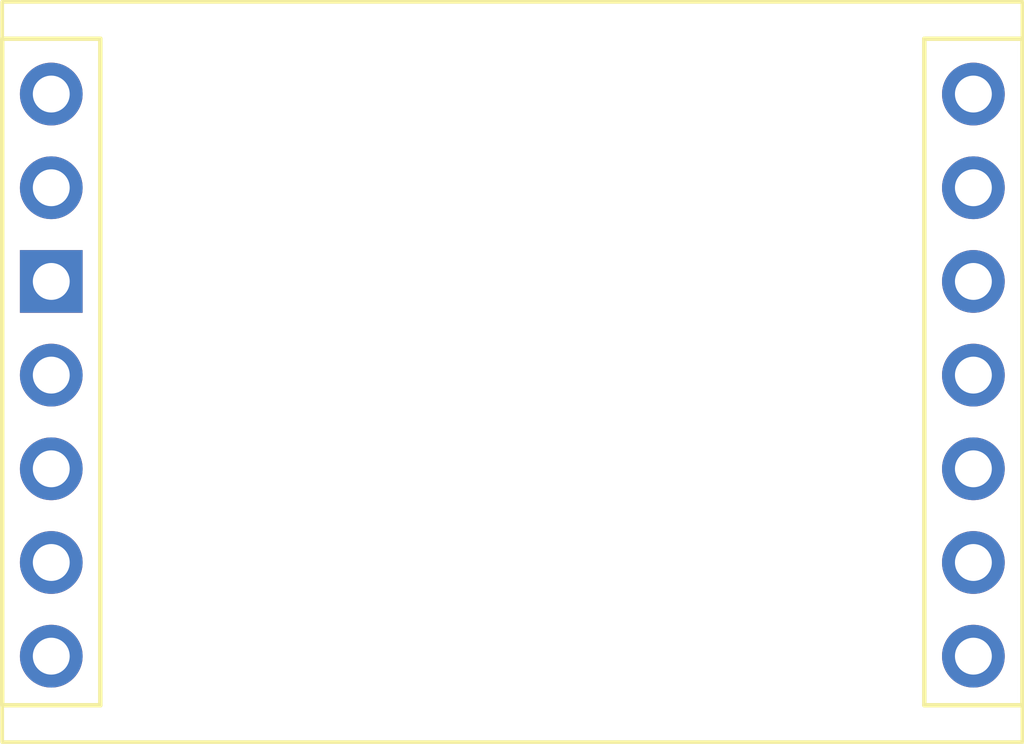
<source format=kicad_pcb>
(kicad_pcb (version 20241229) (generator "pcbnew") (generator_version "9.0")
  (layers (0 "F.Cu" signal) (2 "B.Cu" signal) (13 "F.Paste" user) (15 "B.Paste" user) (5 "F.SilkS" user "F.Silkscreen") (7 "B.SilkS" user "B.Silkscreen") (1 "F.Mask" user) (3 "B.Mask" user) (25 "Edge.Cuts" user))
  (net 0 "")
  (footprint "LoRa_SX1278_:LoRa_SX1278" (layer "F.Cu") (at 99.5 62.33)
    (property "Reference" "U1" (hide yes))
    (property "Value" "LoRa SX1278")
    (fp_line (start -13.83 -9.57) (end -13.83 8.5) (stroke (width 0.12)) (layer "F.SilkS"))
    (fp_line (start -13.83 -9.57) (end -11.17 -9.57) (stroke (width 0.12)) (layer "F.SilkS"))
    (fp_line (start -13.83 8.5) (end -11.17 8.5) (stroke (width 0.12)) (layer "F.SilkS"))
    (fp_line (start -11.17 -9.57) (end -11.17 8.5) (stroke (width 0.12)) (layer "F.SilkS"))
    (fp_line (start 11.17 -9.57) (end 11.17 8.5) (stroke (width 0.12)) (layer "F.SilkS"))
    (fp_line (start 11.17 -9.57) (end 13.83 -9.57) (stroke (width 0.12)) (layer "F.SilkS"))
    (fp_line (start 11.17 8.5) (end 13.83 8.5) (stroke (width 0.12)) (layer "F.SilkS"))
    (fp_line (start 13.83 -9.57) (end 13.83 8.5) (stroke (width 0.12)) (layer "F.SilkS"))
    (fp_rect (start -13.83 -10.57) (end 13.83 9.5) (stroke (width 0.1)) (fill no) (layer "F.SilkS"))
    (pad "1" thru_hole circle (at -12.5 -8.07) (size 1.7 1.7) (drill 1) (layers "*.Cu" "*.Mask"))
    (pad "2" thru_hole circle (at -12.5 -5.53) (size 1.7 1.7) (drill 1) (layers "*.Cu" "*.Mask"))
    (pad "3" thru_hole rect (at -12.5 -2.99) (size 1.7 1.7) (drill 1) (layers "*.Cu" "*.Mask"))
    (pad "4" thru_hole circle (at -12.5 -0.45) (size 1.7 1.7) (drill 1) (layers "*.Cu" "*.Mask"))
    (pad "5" thru_hole circle (at -12.5 2.09) (size 1.7 1.7) (drill 1) (layers "*.Cu" "*.Mask"))
    (pad "6" thru_hole circle (at -12.5 4.63) (size 1.7 1.7) (drill 1) (layers "*.Cu" "*.Mask"))
    (pad "7" thru_hole circle (at -12.5 7.17) (size 1.7 1.7) (drill 1) (layers "*.Cu" "*.Mask"))
    (pad "8" thru_hole circle (at 12.5 -8.07) (size 1.7 1.7) (drill 1) (layers "*.Cu" "*.Mask"))
    (pad "9" thru_hole circle (at 12.5 -5.53) (size 1.7 1.7) (drill 1) (layers "*.Cu" "*.Mask"))
    (pad "10" thru_hole circle (at 12.5 -2.99) (size 1.7 1.7) (drill 1) (layers "*.Cu" "*.Mask"))
    (pad "11" thru_hole circle (at 12.5 -0.45) (size 1.7 1.7) (drill 1) (layers "*.Cu" "*.Mask"))
    (pad "12" thru_hole circle (at 12.5 2.09) (size 1.7 1.7) (drill 1) (layers "*.Cu" "*.Mask" "Dwgs.User"))
    (pad "13" thru_hole circle (at 12.5 4.63) (size 1.7 1.7) (drill 1) (layers "*.Cu" "*.Mask"))
    (pad "14" thru_hole circle (at 12.5 7.17) (size 1.7 1.7) (drill 1) (layers "*.Cu" "*.Mask"))
  )
)
</source>
